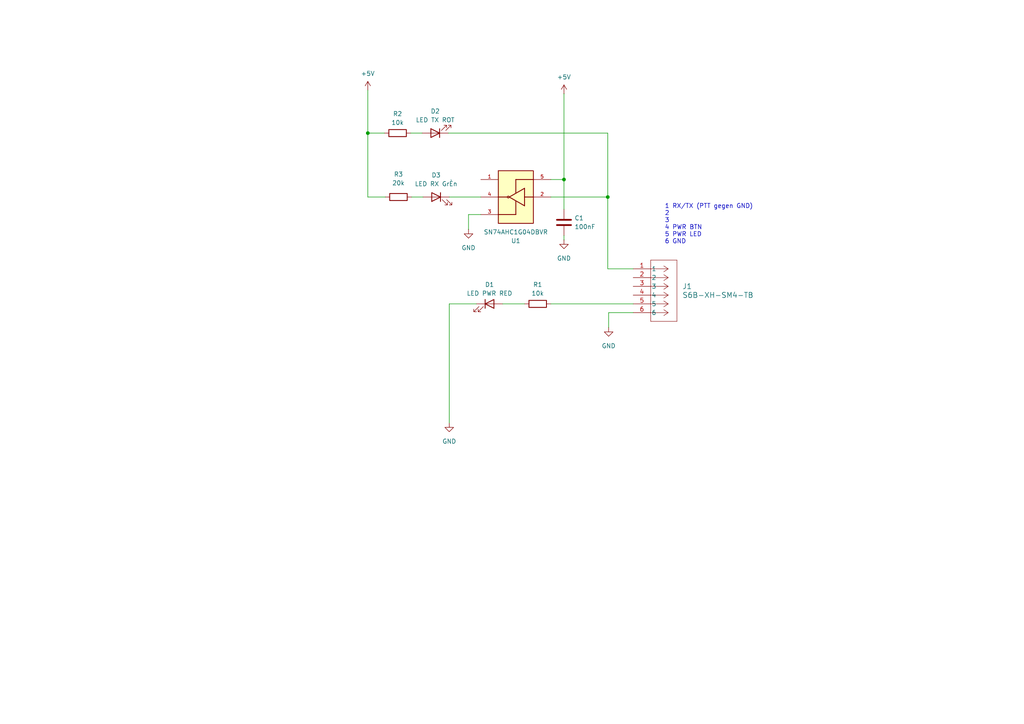
<source format=kicad_sch>
(kicad_sch (version 20250114) (generator "eeschema") (generator_version "9.0")
  (paper "A4")
  (lib_symbols
    (symbol "Device:C" (pin_numbers (hide yes)) (pin_names (offset 0.254))
      (property "Reference" "C" (at 0.635 2.54 0))
      (property "Value" "C" (at 0.635 -2.54 0))
      (symbol "C_0_1"
        (polyline (pts (xy -2.032 0.762) (xy 2.032 0.762)) (stroke (width 0.508)))
        (polyline (pts (xy -2.032 -0.762) (xy 2.032 -0.762)) (stroke (width 0.508)))
      )
      (symbol "C_1_1"
        (pin passive line (at 0 3.81 270) (length 2.794) (name "~") (number "1"))
        (pin passive line (at 0 -3.81 90) (length 2.794) (name "~") (number "2"))
      )
    )
    (symbol "Device:LED" (pin_numbers (hide yes)) (pin_names (offset 1.016) (hide yes))
      (property "Reference" "D" (at 0 2.54 0))
      (property "Value" "LED" (at 0 -2.54 0))
      (symbol "LED_0_1"
        (polyline (pts (xy -3.048 -0.762) (xy -4.572 -2.286) (xy -3.81 -2.286) (xy -4.572 -2.286) (xy -4.572 -1.524)))
        (polyline (pts (xy -1.778 -0.762) (xy -3.302 -2.286) (xy -2.54 -2.286) (xy -3.302 -2.286) (xy -3.302 -1.524)))
        (polyline (pts (xy -1.27 0) (xy 1.27 0)))
        (polyline (pts (xy -1.27 -1.27) (xy -1.27 1.27)) (stroke (width 0.254)))
        (polyline (pts (xy 1.27 -1.27) (xy 1.27 1.27) (xy -1.27 0) (xy 1.27 -1.27)) (stroke (width 0.254)))
      )
      (symbol "LED_1_1"
        (pin passive line (at -3.81 0 0) (length 2.54) (name "K") (number "1"))
        (pin passive line (at 3.81 0 180) (length 2.54) (name "A") (number "2"))
      )
    )
    (symbol "Device:R" (pin_numbers (hide yes)) (pin_names (offset 0))
      (property "Reference" "R" (at 2.032 0 90))
      (property "Value" "R" (at 0 0 90))
      (symbol "R_0_1"
        (rectangle (start -1.016 -2.54) (end 1.016 2.54) (stroke (width 0.254)))
      )
      (symbol "R_1_1"
        (pin passive line (at 0 3.81 270) (length 1.27) (name "~") (number "1"))
        (pin passive line (at 0 -3.81 90) (length 1.27) (name "~") (number "2"))
      )
    )
    (symbol "S6B_XH_SM4_TB:S6B-XH-SM4-TB" (pin_names (offset 0.254))
      (property "Reference" "J" (at 8.89 6.35 0))
      (property "Value" "S6B-XH-SM4-TB" (at 0 0 0))
      (symbol "S6B-XH-SM4-TB_1_1"
        (polyline (pts (xy 5.08 2.54) (xy 5.08 -15.24)) (stroke (width 0.127)))
        (polyline (pts (xy 5.08 -15.24) (xy 12.7 -15.24)) (stroke (width 0.127)))
        (polyline (pts (xy 10.16 0) (xy 5.08 0)) (stroke (width 0.127)))
        (polyline (pts (xy 10.16 0) (xy 8.89 0.8467)) (stroke (width 0.127)))
        (polyline (pts (xy 10.16 0) (xy 8.89 -0.8467)) (stroke (width 0.127)))
        (polyline (pts (xy 10.16 -2.54) (xy 5.08 -2.54)) (stroke (width 0.127)))
        (polyline (pts (xy 10.16 -2.54) (xy 8.89 -1.6933)) (stroke (width 0.127)))
        (polyline (pts (xy 10.16 -2.54) (xy 8.89 -3.3867)) (stroke (width 0.127)))
        (polyline (pts (xy 10.16 -5.08) (xy 5.08 -5.08)) (stroke (width 0.127)))
        (polyline (pts (xy 10.16 -5.08) (xy 8.89 -4.2333)) (stroke (width 0.127)))
        (polyline (pts (xy 10.16 -5.08) (xy 8.89 -5.9267)) (stroke (width 0.127)))
        (polyline (pts (xy 10.16 -7.62) (xy 5.08 -7.62)) (stroke (width 0.127)))
        (polyline (pts (xy 10.16 -7.62) (xy 8.89 -6.7733)) (stroke (width 0.127)))
        (polyline (pts (xy 10.16 -7.62) (xy 8.89 -8.4667)) (stroke (width 0.127)))
        (polyline (pts (xy 10.16 -10.16) (xy 5.08 -10.16)) (stroke (width 0.127)))
        (polyline (pts (xy 10.16 -10.16) (xy 8.89 -9.3133)) (stroke (width 0.127)))
        (polyline (pts (xy 10.16 -10.16) (xy 8.89 -11.0067)) (stroke (width 0.127)))
        (polyline (pts (xy 10.16 -12.7) (xy 5.08 -12.7)) (stroke (width 0.127)))
        (polyline (pts (xy 10.16 -12.7) (xy 8.89 -11.8533)) (stroke (width 0.127)))
        (polyline (pts (xy 10.16 -12.7) (xy 8.89 -13.5467)) (stroke (width 0.127)))
        (polyline (pts (xy 12.7 2.54) (xy 5.08 2.54)) (stroke (width 0.127)))
        (polyline (pts (xy 12.7 -15.24) (xy 12.7 2.54)) (stroke (width 0.127)))
        (pin unspecified line (at 0 0 0) (length 5.08) (name "1") (number "1"))
        (pin unspecified line (at 0 -2.54 0) (length 5.08) (name "2") (number "2"))
        (pin unspecified line (at 0 -5.08 0) (length 5.08) (name "3") (number "3"))
        (pin unspecified line (at 0 -7.62 0) (length 5.08) (name "4") (number "4"))
        (pin unspecified line (at 0 -10.16 0) (length 5.08) (name "5") (number "5"))
        (pin unspecified line (at 0 -12.7 0) (length 5.08) (name "6") (number "6"))
      )
      (symbol "S6B-XH-SM4-TB_1_2"
        (polyline (pts (xy 5.08 2.54) (xy 5.08 -15.24)) (stroke (width 0.127)))
        (polyline (pts (xy 5.08 -15.24) (xy 12.7 -15.24)) (stroke (width 0.127)))
        (polyline (pts (xy 7.62 0) (xy 5.08 0)) (stroke (width 0.127)))
        (polyline (pts (xy 7.62 0) (xy 8.89 0.8467)) (stroke (width 0.127)))
        (polyline (pts (xy 7.62 0) (xy 8.89 -0.8467)) (stroke (width 0.127)))
        (polyline (pts (xy 7.62 -2.54) (xy 5.08 -2.54)) (stroke (width 0.127)))
        (polyline (pts (xy 7.62 -2.54) (xy 8.89 -1.6933)) (stroke (width 0.127)))
        (polyline (pts (xy 7.62 -2.54) (xy 8.89 -3.3867)) (stroke (width 0.127)))
        (polyline (pts (xy 7.62 -5.08) (xy 5.08 -5.08)) (stroke (width 0.127)))
        (polyline (pts (xy 7.62 -5.08) (xy 8.89 -4.2333)) (stroke (width 0.127)))
        (polyline (pts (xy 7.62 -5.08) (xy 8.89 -5.9267)) (stroke (width 0.127)))
        (polyline (pts (xy 7.62 -7.62) (xy 5.08 -7.62)) (stroke (width 0.127)))
        (polyline (pts (xy 7.62 -7.62) (xy 8.89 -6.7733)) (stroke (width 0.127)))
        (polyline (pts (xy 7.62 -7.62) (xy 8.89 -8.4667)) (stroke (width 0.127)))
        (polyline (pts (xy 7.62 -10.16) (xy 5.08 -10.16)) (stroke (width 0.127)))
        (polyline (pts (xy 7.62 -10.16) (xy 8.89 -9.3133)) (stroke (width 0.127)))
        (polyline (pts (xy 7.62 -10.16) (xy 8.89 -11.0067)) (stroke (width 0.127)))
        (polyline (pts (xy 7.62 -12.7) (xy 5.08 -12.7)) (stroke (width 0.127)))
        (polyline (pts (xy 7.62 -12.7) (xy 8.89 -11.8533)) (stroke (width 0.127)))
        (polyline (pts (xy 7.62 -12.7) (xy 8.89 -13.5467)) (stroke (width 0.127)))
        (polyline (pts (xy 12.7 2.54) (xy 5.08 2.54)) (stroke (width 0.127)))
        (polyline (pts (xy 12.7 -15.24) (xy 12.7 2.54)) (stroke (width 0.127)))
        (pin unspecified line (at 0 0 0) (length 5.08) (name "1") (number "1"))
        (pin unspecified line (at 0 -2.54 0) (length 5.08) (name "2") (number "2"))
        (pin unspecified line (at 0 -5.08 0) (length 5.08) (name "3") (number "3"))
        (pin unspecified line (at 0 -7.62 0) (length 5.08) (name "4") (number "4"))
        (pin unspecified line (at 0 -10.16 0) (length 5.08) (name "5") (number "5"))
        (pin unspecified line (at 0 -12.7 0) (length 5.08) (name "6") (number "6"))
      )
    )
    (symbol "SN74AHC1G04DBVR:SN74AHC1G04DBVR" (pin_names (offset 1.016))
      (property "Reference" "U" (at -5.08 8.62 0))
      (property "Value" "SN74AHC1G04DBVR" (at -5.08 -10.16 0))
      (symbol "SN74AHC1G04DBVR_0_0"
        (polyline (pts (xy -5.08 5.08) (xy 0 5.08)) (stroke (width 0.254)))
        (polyline (pts (xy -5.08 0) (xy -2.54 0)) (stroke (width 0.254)))
        (rectangle (start -5.08 -7.62) (end 5.08 7.62) (stroke (width 0.254)) (fill (type background)))
        (polyline (pts (xy -2.54 2.54) (xy 1.905 0)) (stroke (width 0.254)))
        (polyline (pts (xy -2.54 0) (xy -2.54 2.54)) (stroke (width 0.254)))
        (polyline (pts (xy -2.54 -2.54) (xy -2.54 0)) (stroke (width 0.254)))
        (polyline (pts (xy 0 5.08) (xy 0 1.143)) (stroke (width 0.254)))
        (polyline (pts (xy 0 -1.143) (xy 0 -5.08)) (stroke (width 0.254)))
        (polyline (pts (xy 0 -5.08) (xy 5.08 -5.08)) (stroke (width 0.254)))
        (polyline (pts (xy 1.905 0) (xy -2.54 -2.54)) (stroke (width 0.254)))
        (circle (center 2.1844 0) (radius 0.254) (stroke (width 0.254)))
        (polyline (pts (xy 2.54 0) (xy 5.08 0)) (stroke (width 0.254)))
        (pin power_in line (at -10.16 5.08 0) (length 5.08) (name "~") (number "5"))
        (pin input line (at -10.16 0 0) (length 5.08) (name "~") (number "2"))
        (pin passive line (at 10.16 5.08 180) (length 5.08) (name "~") (number "1"))
        (pin output line (at 10.16 0 180) (length 5.08) (name "~") (number "4"))
        (pin power_in line (at 10.16 -5.08 180) (length 5.08) (name "~") (number "3"))
      )
    )
    (symbol "power:+5V" (power) (pin_numbers (hide yes)) (pin_names (offset 0) (hide yes))
      (property "Value" "+5V" (at 0 3.556 0))
      (symbol "+5V_0_1"
        (polyline (pts (xy -0.762 1.27) (xy 0 2.54)))
        (polyline (pts (xy 0 2.54) (xy 0.762 1.27)))
        (polyline (pts (xy 0 0) (xy 0 2.54)))
      )
      (symbol "+5V_1_1"
        (pin power_in line (at 0 0 90) (length 0) (name "~") (number "1"))
      )
    )
    (symbol "power:GND" (power) (pin_numbers (hide yes)) (pin_names (offset 0) (hide yes))
      (property "Value" "GND" (at 0 -3.81 0))
      (symbol "GND_0_1"
        (polyline (pts (xy 0 0) (xy 0 -1.27) (xy 1.27 -1.27) (xy 0 -2.54) (xy -1.27 -1.27) (xy 0 -1.27)))
      )
      (symbol "GND_1_1"
        (pin power_in line (at 0 0 270) (length 0) (name "~") (number "1"))
      )
    )
  )
  (text "1 RX/TX (PTT gegen GND)\n2\n3\n4 PWR BTN\n5 PWR LED\n6 GND\n" (at 192.786 65.024 0) (effects (font (size 1.27 1.27)) (justify left)))
  (junction (at 106.68 38.608))
  (junction (at 176.276 57.15))
  (junction (at 163.576 52.07))
  (wire (pts (xy 176.276 57.15) (xy 176.276 77.978)))
  (wire (pts (xy 111.506 38.608) (xy 106.68 38.608)))
  (wire (pts (xy 145.796 88.138) (xy 152.146 88.138)))
  (wire (pts (xy 106.68 38.608) (xy 106.68 57.15)))
  (wire (pts (xy 159.766 52.07) (xy 163.576 52.07)))
  (wire (pts (xy 119.126 38.608) (xy 122.428 38.608)))
  (wire (pts (xy 163.576 27.178) (xy 163.576 52.07)))
  (wire (pts (xy 130.048 38.608) (xy 176.276 38.608)))
  (wire (pts (xy 183.642 90.678) (xy 176.53 90.678)))
  (wire (pts (xy 130.302 88.138) (xy 138.176 88.138)))
  (wire (pts (xy 176.53 90.678) (xy 176.53 94.996)))
  (wire (pts (xy 130.302 88.138) (xy 130.302 122.682)))
  (wire (pts (xy 163.576 68.326) (xy 163.576 69.596)))
  (wire (pts (xy 176.276 77.978) (xy 183.642 77.978)))
  (wire (pts (xy 135.89 62.23) (xy 135.89 66.548)))
  (wire (pts (xy 106.68 26.162) (xy 106.68 38.608)))
  (wire (pts (xy 176.276 57.15) (xy 159.766 57.15)))
  (wire (pts (xy 163.576 52.07) (xy 163.576 60.706)))
  (wire (pts (xy 130.302 57.15) (xy 139.446 57.15)))
  (wire (pts (xy 119.38 57.15) (xy 122.682 57.15)))
  (wire (pts (xy 139.446 62.23) (xy 135.89 62.23)))
  (wire (pts (xy 176.276 38.608) (xy 176.276 57.15)))
  (wire (pts (xy 106.68 57.15) (xy 111.76 57.15)))
  (wire (pts (xy 159.766 88.138) (xy 183.642 88.138)))
  (symbol (lib_id "Device:LED") (at 126.492 57.15 0) (mirror y) (unit 1)
    (property "Reference" "D3" (at 126.492 50.8 0))
    (property "Value" "LED RX GrÈn" (at 126.492 53.34 0))
    (property "Footprint" "LED_SMD:LED_0805_2012Metric" (effects (hide yes)))
    (property "Description" "Light emitting diode" (effects (hide yes)))
    (property "Sim.Pins" "1=K 2=A" (effects (hide yes)))
  )
  (symbol (lib_id "S6B_XH_SM4_TB:S6B-XH-SM4-TB") (at 183.642 77.978 0) (unit 1)
    (property "Reference" "J1" (at 197.866 83.0579 0) (effects (font (size 1.524 1.524)) (justify left)))
    (property "Value" "S6B-XH-SM4-TB" (at 197.866 85.5979 0) (effects (font (size 1.524 1.524)) (justify left)))
    (property "Footprint" "CONN_S6B-XH-SM4-TB_JST" (effects (hide yes)))
    (property "Datasheet" "S6B-XH-SM4-TB" (effects (hide yes)))
  )
  (symbol (lib_id "Device:R") (at 115.57 57.15 90) (unit 1)
    (property "Reference" "R3" (at 115.57 50.546 90))
    (property "Value" "20k" (at 115.57 53.086 90))
    (property "Footprint" "Resistor_SMD:R_0805_2012Metric" (effects (hide yes)))
    (property "Description" "Resistor" (effects (hide yes)))
  )
  (symbol (lib_id "power:GND") (at 135.89 66.548 0) (unit 1)
    (property "Reference" "#PWR04" (effects (hide yes)))
    (property "Value" "GND" (at 135.89 71.882 0))
    (property "Description" "Power symbol creates a global label with name \"GND\" , ground" (effects (hide yes)))
  )
  (symbol (lib_id "Device:R") (at 155.956 88.138 90) (unit 1)
    (property "Reference" "R1" (at 155.956 82.55 90))
    (property "Value" "10k" (at 155.956 85.09 90))
    (property "Footprint" "Resistor_SMD:R_0805_2012Metric" (effects (hide yes)))
    (property "Description" "Resistor" (effects (hide yes)))
  )
  (symbol (lib_id "Device:R") (at 115.316 38.608 90) (unit 1)
    (property "Reference" "R2" (at 115.316 33.02 90))
    (property "Value" "10k" (at 115.316 35.56 90))
    (property "Footprint" "Resistor_SMD:R_0805_2012Metric" (effects (hide yes)))
    (property "Description" "Resistor" (effects (hide yes)))
  )
  (symbol (lib_id "power:+5V") (at 163.576 27.178 0) (unit 1)
    (property "Reference" "#PWR03" (effects (hide yes)))
    (property "Value" "+5V" (at 163.576 22.352 0))
    (property "Description" "Power symbol creates a global label with name \"+5V\"" (effects (hide yes)))
  )
  (symbol (lib_id "SN74AHC1G04DBVR:SN74AHC1G04DBVR") (at 149.606 57.15 0) (mirror y) (unit 1)
    (property "Reference" "U1" (at 149.606 69.85 0))
    (property "Value" "SN74AHC1G04DBVR" (at 149.606 67.31 0))
    (property "Footprint" "SN74AHC1G04DBVR:SOT95P280X145-5N" (effects (hide yes)))
    (property "MF" "Texas Instruments" (effects (hide yes)))
    (property "MAXIMUM_PACKAGE_HEIGHT" "1.45mm" (effects (hide yes)))
    (property "Package" "SOT-23-5 Texas Instruments" (effects (hide yes)))
    (property "Price" "None" (effects (hide yes)))
    (property "Check_prices" "https://www.snapeda.com/parts/SN74AHC1G04DBVR/Texas+Instruments/view-part/?ref=eda" (effects (hide yes)))
    (property "STANDARD" "IPC-7351B" (effects (hide yes)))
    (property "PARTREV" "AD" (effects (hide yes)))
    (property "SnapEDA_Link" "https://www.snapeda.com/parts/SN74AHC1G04DBVR/Texas+Instruments/view-part/?ref=snap" (effects (hide yes)))
    (property "MP" "SN74AHC1G04DBVR" (effects (hide yes)))
    (property "Description_1" "Single 2-V to 5.5-V inverter" (effects (hide yes)))
    (property "Availability" "In Stock" (effects (hide yes)))
    (property "MANUFACTURER" "Texas Instruments" (effects (hide yes)))
  )
  (symbol (lib_id "power:+5V") (at 106.68 26.162 0) (unit 1)
    (property "Reference" "#PWR06" (effects (hide yes)))
    (property "Value" "+5V" (at 106.68 21.336 0))
    (property "Description" "Power symbol creates a global label with name \"+5V\"" (effects (hide yes)))
  )
  (symbol (lib_id "Device:C") (at 163.576 64.516 0) (unit 1)
    (property "Reference" "C1" (at 166.624 63.2459 0) (effects (justify left)))
    (property "Value" "100nF" (at 166.624 65.7859 0) (effects (justify left)))
    (property "Footprint" "Capacitor_SMD:C_0805_2012Metric" (effects (hide yes)))
    (property "Description" "Unpolarized capacitor" (effects (hide yes)))
  )
  (symbol (lib_id "power:GND") (at 163.576 69.596 0) (unit 1)
    (property "Reference" "#PWR05" (effects (hide yes)))
    (property "Value" "GND" (at 163.576 74.93 0))
    (property "Description" "Power symbol creates a global label with name \"GND\" , ground" (effects (hide yes)))
  )
  (symbol (lib_id "power:GND") (at 130.302 122.682 0) (unit 1)
    (property "Reference" "#PWR02" (effects (hide yes)))
    (property "Value" "GND" (at 130.302 128.016 0))
    (property "Description" "Power symbol creates a global label with name \"GND\" , ground" (effects (hide yes)))
  )
  (symbol (lib_id "power:GND") (at 176.53 94.996 0) (unit 1)
    (property "Reference" "#PWR01" (effects (hide yes)))
    (property "Value" "GND" (at 176.53 100.33 0))
    (property "Description" "Power symbol creates a global label with name \"GND\" , ground" (effects (hide yes)))
  )
  (symbol (lib_id "Device:LED") (at 141.986 88.138 0) (unit 1)
    (property "Reference" "D1" (at 141.986 82.55 0))
    (property "Value" "LED PWR RED" (at 141.986 85.09 0))
    (property "Footprint" "LED_SMD:LED_0805_2012Metric" (effects (hide yes)))
    (property "Description" "Light emitting diode" (effects (hide yes)))
    (property "Sim.Pins" "1=K 2=A" (effects (hide yes)))
  )
  (symbol (lib_id "Device:LED") (at 126.238 38.608 180) (unit 1)
    (property "Reference" "D2" (at 126.238 32.258 0))
    (property "Value" "LED TX ROT" (at 126.238 34.798 0))
    (property "Footprint" "LED_SMD:LED_0805_2012Metric" (effects (hide yes)))
    (property "Description" "Light emitting diode" (effects (hide yes)))
    (property "Sim.Pins" "1=K 2=A" (effects (hide yes)))
  )
)
</source>
